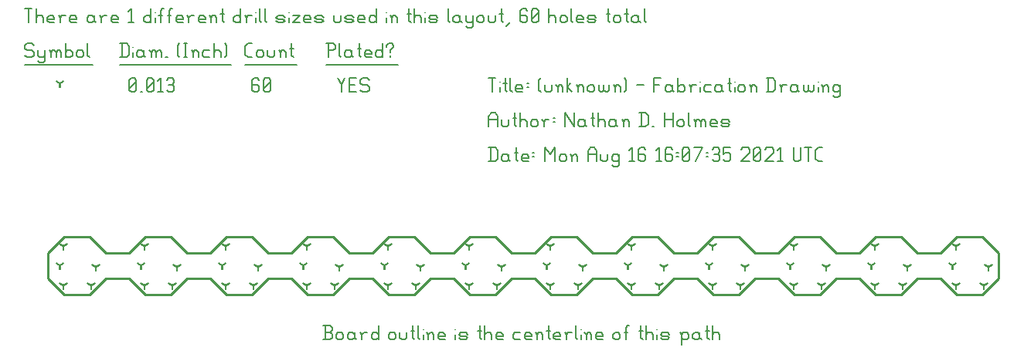
<source format=gbr>
G04 start of page 12 for group -3984 idx -3984 *
G04 Title: (unknown), fab *
G04 Creator: pcb 4.0.2 *
G04 CreationDate: Mon Aug 16 16:07:35 2021 UTC *
G04 For: ndholmes *
G04 Format: Gerber/RS-274X *
G04 PCB-Dimensions (mil): 4300.00 450.00 *
G04 PCB-Coordinate-Origin: lower left *
%MOIN*%
%FSLAX25Y25*%
%LNFAB*%
%ADD34C,0.0100*%
%ADD33C,0.0075*%
%ADD32C,0.0060*%
%ADD31C,0.0001*%
%ADD30R,0.0080X0.0080*%
G54D30*X16500Y31000D02*Y29400D01*
G54D31*G36*
X15954Y31147D02*X18033Y32346D01*
X18433Y31653D01*
X16353Y30454D01*
X15954Y31147D01*
G37*
G36*
X16647Y30454D02*X14567Y31653D01*
X14967Y32346D01*
X17046Y31147D01*
X16647Y30454D01*
G37*
G54D30*X15000Y22500D02*Y20900D01*
G54D31*G36*
X14454Y22647D02*X16533Y23846D01*
X16933Y23153D01*
X14853Y21954D01*
X14454Y22647D01*
G37*
G36*
X15147Y21954D02*X13067Y23153D01*
X13467Y23846D01*
X15546Y22647D01*
X15147Y21954D01*
G37*
G54D30*X30500Y22000D02*Y20400D01*
G54D31*G36*
X29954Y22147D02*X32033Y23346D01*
X32433Y22653D01*
X30353Y21454D01*
X29954Y22147D01*
G37*
G36*
X30647Y21454D02*X28567Y22653D01*
X28967Y23346D01*
X31046Y22147D01*
X30647Y21454D01*
G37*
G54D30*X28500Y14000D02*Y12400D01*
G54D31*G36*
X27954Y14147D02*X30033Y15346D01*
X30433Y14653D01*
X28353Y13454D01*
X27954Y14147D01*
G37*
G36*
X28647Y13454D02*X26567Y14653D01*
X26967Y15346D01*
X29046Y14147D01*
X28647Y13454D01*
G37*
G54D30*X16500Y14000D02*Y12400D01*
G54D31*G36*
X15954Y14147D02*X18033Y15346D01*
X18433Y14653D01*
X16353Y13454D01*
X15954Y14147D01*
G37*
G36*
X16647Y13454D02*X14567Y14653D01*
X14967Y15346D01*
X17046Y14147D01*
X16647Y13454D01*
G37*
G54D30*X51500Y31000D02*Y29400D01*
G54D31*G36*
X50954Y31147D02*X53033Y32346D01*
X53433Y31653D01*
X51353Y30454D01*
X50954Y31147D01*
G37*
G36*
X51647Y30454D02*X49567Y31653D01*
X49967Y32346D01*
X52046Y31147D01*
X51647Y30454D01*
G37*
G54D30*X50000Y22500D02*Y20900D01*
G54D31*G36*
X49454Y22647D02*X51533Y23846D01*
X51933Y23153D01*
X49853Y21954D01*
X49454Y22647D01*
G37*
G36*
X50147Y21954D02*X48067Y23153D01*
X48467Y23846D01*
X50546Y22647D01*
X50147Y21954D01*
G37*
G54D30*X65500Y22000D02*Y20400D01*
G54D31*G36*
X64954Y22147D02*X67033Y23346D01*
X67433Y22653D01*
X65353Y21454D01*
X64954Y22147D01*
G37*
G36*
X65647Y21454D02*X63567Y22653D01*
X63967Y23346D01*
X66046Y22147D01*
X65647Y21454D01*
G37*
G54D30*X63500Y14000D02*Y12400D01*
G54D31*G36*
X62954Y14147D02*X65033Y15346D01*
X65433Y14653D01*
X63353Y13454D01*
X62954Y14147D01*
G37*
G36*
X63647Y13454D02*X61567Y14653D01*
X61967Y15346D01*
X64046Y14147D01*
X63647Y13454D01*
G37*
G54D30*X51500Y14000D02*Y12400D01*
G54D31*G36*
X50954Y14147D02*X53033Y15346D01*
X53433Y14653D01*
X51353Y13454D01*
X50954Y14147D01*
G37*
G36*
X51647Y13454D02*X49567Y14653D01*
X49967Y15346D01*
X52046Y14147D01*
X51647Y13454D01*
G37*
G54D30*X86500Y31000D02*Y29400D01*
G54D31*G36*
X85954Y31147D02*X88033Y32346D01*
X88433Y31653D01*
X86353Y30454D01*
X85954Y31147D01*
G37*
G36*
X86647Y30454D02*X84567Y31653D01*
X84967Y32346D01*
X87046Y31147D01*
X86647Y30454D01*
G37*
G54D30*X85000Y22500D02*Y20900D01*
G54D31*G36*
X84454Y22647D02*X86533Y23846D01*
X86933Y23153D01*
X84853Y21954D01*
X84454Y22647D01*
G37*
G36*
X85147Y21954D02*X83067Y23153D01*
X83467Y23846D01*
X85546Y22647D01*
X85147Y21954D01*
G37*
G54D30*X100500Y22000D02*Y20400D01*
G54D31*G36*
X99954Y22147D02*X102033Y23346D01*
X102433Y22653D01*
X100353Y21454D01*
X99954Y22147D01*
G37*
G36*
X100647Y21454D02*X98567Y22653D01*
X98967Y23346D01*
X101046Y22147D01*
X100647Y21454D01*
G37*
G54D30*X98500Y14000D02*Y12400D01*
G54D31*G36*
X97954Y14147D02*X100033Y15346D01*
X100433Y14653D01*
X98353Y13454D01*
X97954Y14147D01*
G37*
G36*
X98647Y13454D02*X96567Y14653D01*
X96967Y15346D01*
X99046Y14147D01*
X98647Y13454D01*
G37*
G54D30*X86500Y14000D02*Y12400D01*
G54D31*G36*
X85954Y14147D02*X88033Y15346D01*
X88433Y14653D01*
X86353Y13454D01*
X85954Y14147D01*
G37*
G36*
X86647Y13454D02*X84567Y14653D01*
X84967Y15346D01*
X87046Y14147D01*
X86647Y13454D01*
G37*
G54D30*X121500Y31000D02*Y29400D01*
G54D31*G36*
X120954Y31147D02*X123033Y32346D01*
X123433Y31653D01*
X121353Y30454D01*
X120954Y31147D01*
G37*
G36*
X121647Y30454D02*X119567Y31653D01*
X119967Y32346D01*
X122046Y31147D01*
X121647Y30454D01*
G37*
G54D30*X120000Y22500D02*Y20900D01*
G54D31*G36*
X119454Y22647D02*X121533Y23846D01*
X121933Y23153D01*
X119853Y21954D01*
X119454Y22647D01*
G37*
G36*
X120147Y21954D02*X118067Y23153D01*
X118467Y23846D01*
X120546Y22647D01*
X120147Y21954D01*
G37*
G54D30*X135500Y22000D02*Y20400D01*
G54D31*G36*
X134954Y22147D02*X137033Y23346D01*
X137433Y22653D01*
X135353Y21454D01*
X134954Y22147D01*
G37*
G36*
X135647Y21454D02*X133567Y22653D01*
X133967Y23346D01*
X136046Y22147D01*
X135647Y21454D01*
G37*
G54D30*X133500Y14000D02*Y12400D01*
G54D31*G36*
X132954Y14147D02*X135033Y15346D01*
X135433Y14653D01*
X133353Y13454D01*
X132954Y14147D01*
G37*
G36*
X133647Y13454D02*X131567Y14653D01*
X131967Y15346D01*
X134046Y14147D01*
X133647Y13454D01*
G37*
G54D30*X121500Y14000D02*Y12400D01*
G54D31*G36*
X120954Y14147D02*X123033Y15346D01*
X123433Y14653D01*
X121353Y13454D01*
X120954Y14147D01*
G37*
G36*
X121647Y13454D02*X119567Y14653D01*
X119967Y15346D01*
X122046Y14147D01*
X121647Y13454D01*
G37*
G54D30*X156500Y31000D02*Y29400D01*
G54D31*G36*
X155954Y31147D02*X158033Y32346D01*
X158433Y31653D01*
X156353Y30454D01*
X155954Y31147D01*
G37*
G36*
X156647Y30454D02*X154567Y31653D01*
X154967Y32346D01*
X157046Y31147D01*
X156647Y30454D01*
G37*
G54D30*X155000Y22500D02*Y20900D01*
G54D31*G36*
X154454Y22647D02*X156533Y23846D01*
X156933Y23153D01*
X154853Y21954D01*
X154454Y22647D01*
G37*
G36*
X155147Y21954D02*X153067Y23153D01*
X153467Y23846D01*
X155546Y22647D01*
X155147Y21954D01*
G37*
G54D30*X170500Y22000D02*Y20400D01*
G54D31*G36*
X169954Y22147D02*X172033Y23346D01*
X172433Y22653D01*
X170353Y21454D01*
X169954Y22147D01*
G37*
G36*
X170647Y21454D02*X168567Y22653D01*
X168967Y23346D01*
X171046Y22147D01*
X170647Y21454D01*
G37*
G54D30*X168500Y14000D02*Y12400D01*
G54D31*G36*
X167954Y14147D02*X170033Y15346D01*
X170433Y14653D01*
X168353Y13454D01*
X167954Y14147D01*
G37*
G36*
X168647Y13454D02*X166567Y14653D01*
X166967Y15346D01*
X169046Y14147D01*
X168647Y13454D01*
G37*
G54D30*X156500Y14000D02*Y12400D01*
G54D31*G36*
X155954Y14147D02*X158033Y15346D01*
X158433Y14653D01*
X156353Y13454D01*
X155954Y14147D01*
G37*
G36*
X156647Y13454D02*X154567Y14653D01*
X154967Y15346D01*
X157046Y14147D01*
X156647Y13454D01*
G37*
G54D30*X191500Y31000D02*Y29400D01*
G54D31*G36*
X190954Y31147D02*X193033Y32346D01*
X193433Y31653D01*
X191353Y30454D01*
X190954Y31147D01*
G37*
G36*
X191647Y30454D02*X189567Y31653D01*
X189967Y32346D01*
X192046Y31147D01*
X191647Y30454D01*
G37*
G54D30*X190000Y22500D02*Y20900D01*
G54D31*G36*
X189454Y22647D02*X191533Y23846D01*
X191933Y23153D01*
X189853Y21954D01*
X189454Y22647D01*
G37*
G36*
X190147Y21954D02*X188067Y23153D01*
X188467Y23846D01*
X190546Y22647D01*
X190147Y21954D01*
G37*
G54D30*X205500Y22000D02*Y20400D01*
G54D31*G36*
X204954Y22147D02*X207033Y23346D01*
X207433Y22653D01*
X205353Y21454D01*
X204954Y22147D01*
G37*
G36*
X205647Y21454D02*X203567Y22653D01*
X203967Y23346D01*
X206046Y22147D01*
X205647Y21454D01*
G37*
G54D30*X203500Y14000D02*Y12400D01*
G54D31*G36*
X202954Y14147D02*X205033Y15346D01*
X205433Y14653D01*
X203353Y13454D01*
X202954Y14147D01*
G37*
G36*
X203647Y13454D02*X201567Y14653D01*
X201967Y15346D01*
X204046Y14147D01*
X203647Y13454D01*
G37*
G54D30*X191500Y14000D02*Y12400D01*
G54D31*G36*
X190954Y14147D02*X193033Y15346D01*
X193433Y14653D01*
X191353Y13454D01*
X190954Y14147D01*
G37*
G36*
X191647Y13454D02*X189567Y14653D01*
X189967Y15346D01*
X192046Y14147D01*
X191647Y13454D01*
G37*
G54D30*X226500Y31000D02*Y29400D01*
G54D31*G36*
X225954Y31147D02*X228033Y32346D01*
X228433Y31653D01*
X226353Y30454D01*
X225954Y31147D01*
G37*
G36*
X226647Y30454D02*X224567Y31653D01*
X224967Y32346D01*
X227046Y31147D01*
X226647Y30454D01*
G37*
G54D30*X225000Y22500D02*Y20900D01*
G54D31*G36*
X224454Y22647D02*X226533Y23846D01*
X226933Y23153D01*
X224853Y21954D01*
X224454Y22647D01*
G37*
G36*
X225147Y21954D02*X223067Y23153D01*
X223467Y23846D01*
X225546Y22647D01*
X225147Y21954D01*
G37*
G54D30*X240500Y22000D02*Y20400D01*
G54D31*G36*
X239954Y22147D02*X242033Y23346D01*
X242433Y22653D01*
X240353Y21454D01*
X239954Y22147D01*
G37*
G36*
X240647Y21454D02*X238567Y22653D01*
X238967Y23346D01*
X241046Y22147D01*
X240647Y21454D01*
G37*
G54D30*X238500Y14000D02*Y12400D01*
G54D31*G36*
X237954Y14147D02*X240033Y15346D01*
X240433Y14653D01*
X238353Y13454D01*
X237954Y14147D01*
G37*
G36*
X238647Y13454D02*X236567Y14653D01*
X236967Y15346D01*
X239046Y14147D01*
X238647Y13454D01*
G37*
G54D30*X226500Y14000D02*Y12400D01*
G54D31*G36*
X225954Y14147D02*X228033Y15346D01*
X228433Y14653D01*
X226353Y13454D01*
X225954Y14147D01*
G37*
G36*
X226647Y13454D02*X224567Y14653D01*
X224967Y15346D01*
X227046Y14147D01*
X226647Y13454D01*
G37*
G54D30*X261500Y31000D02*Y29400D01*
G54D31*G36*
X260954Y31147D02*X263033Y32346D01*
X263433Y31653D01*
X261353Y30454D01*
X260954Y31147D01*
G37*
G36*
X261647Y30454D02*X259567Y31653D01*
X259967Y32346D01*
X262046Y31147D01*
X261647Y30454D01*
G37*
G54D30*X260000Y22500D02*Y20900D01*
G54D31*G36*
X259454Y22647D02*X261533Y23846D01*
X261933Y23153D01*
X259853Y21954D01*
X259454Y22647D01*
G37*
G36*
X260147Y21954D02*X258067Y23153D01*
X258467Y23846D01*
X260546Y22647D01*
X260147Y21954D01*
G37*
G54D30*X275500Y22000D02*Y20400D01*
G54D31*G36*
X274954Y22147D02*X277033Y23346D01*
X277433Y22653D01*
X275353Y21454D01*
X274954Y22147D01*
G37*
G36*
X275647Y21454D02*X273567Y22653D01*
X273967Y23346D01*
X276046Y22147D01*
X275647Y21454D01*
G37*
G54D30*X273500Y14000D02*Y12400D01*
G54D31*G36*
X272954Y14147D02*X275033Y15346D01*
X275433Y14653D01*
X273353Y13454D01*
X272954Y14147D01*
G37*
G36*
X273647Y13454D02*X271567Y14653D01*
X271967Y15346D01*
X274046Y14147D01*
X273647Y13454D01*
G37*
G54D30*X261500Y14000D02*Y12400D01*
G54D31*G36*
X260954Y14147D02*X263033Y15346D01*
X263433Y14653D01*
X261353Y13454D01*
X260954Y14147D01*
G37*
G36*
X261647Y13454D02*X259567Y14653D01*
X259967Y15346D01*
X262046Y14147D01*
X261647Y13454D01*
G37*
G54D30*X296500Y31000D02*Y29400D01*
G54D31*G36*
X295954Y31147D02*X298033Y32346D01*
X298433Y31653D01*
X296353Y30454D01*
X295954Y31147D01*
G37*
G36*
X296647Y30454D02*X294567Y31653D01*
X294967Y32346D01*
X297046Y31147D01*
X296647Y30454D01*
G37*
G54D30*X295000Y22500D02*Y20900D01*
G54D31*G36*
X294454Y22647D02*X296533Y23846D01*
X296933Y23153D01*
X294853Y21954D01*
X294454Y22647D01*
G37*
G36*
X295147Y21954D02*X293067Y23153D01*
X293467Y23846D01*
X295546Y22647D01*
X295147Y21954D01*
G37*
G54D30*X310500Y22000D02*Y20400D01*
G54D31*G36*
X309954Y22147D02*X312033Y23346D01*
X312433Y22653D01*
X310353Y21454D01*
X309954Y22147D01*
G37*
G36*
X310647Y21454D02*X308567Y22653D01*
X308967Y23346D01*
X311046Y22147D01*
X310647Y21454D01*
G37*
G54D30*X308500Y14000D02*Y12400D01*
G54D31*G36*
X307954Y14147D02*X310033Y15346D01*
X310433Y14653D01*
X308353Y13454D01*
X307954Y14147D01*
G37*
G36*
X308647Y13454D02*X306567Y14653D01*
X306967Y15346D01*
X309046Y14147D01*
X308647Y13454D01*
G37*
G54D30*X296500Y14000D02*Y12400D01*
G54D31*G36*
X295954Y14147D02*X298033Y15346D01*
X298433Y14653D01*
X296353Y13454D01*
X295954Y14147D01*
G37*
G36*
X296647Y13454D02*X294567Y14653D01*
X294967Y15346D01*
X297046Y14147D01*
X296647Y13454D01*
G37*
G54D30*X331500Y31000D02*Y29400D01*
G54D31*G36*
X330954Y31147D02*X333033Y32346D01*
X333433Y31653D01*
X331353Y30454D01*
X330954Y31147D01*
G37*
G36*
X331647Y30454D02*X329567Y31653D01*
X329967Y32346D01*
X332046Y31147D01*
X331647Y30454D01*
G37*
G54D30*X330000Y22500D02*Y20900D01*
G54D31*G36*
X329454Y22647D02*X331533Y23846D01*
X331933Y23153D01*
X329853Y21954D01*
X329454Y22647D01*
G37*
G36*
X330147Y21954D02*X328067Y23153D01*
X328467Y23846D01*
X330546Y22647D01*
X330147Y21954D01*
G37*
G54D30*X345500Y22000D02*Y20400D01*
G54D31*G36*
X344954Y22147D02*X347033Y23346D01*
X347433Y22653D01*
X345353Y21454D01*
X344954Y22147D01*
G37*
G36*
X345647Y21454D02*X343567Y22653D01*
X343967Y23346D01*
X346046Y22147D01*
X345647Y21454D01*
G37*
G54D30*X343500Y14000D02*Y12400D01*
G54D31*G36*
X342954Y14147D02*X345033Y15346D01*
X345433Y14653D01*
X343353Y13454D01*
X342954Y14147D01*
G37*
G36*
X343647Y13454D02*X341567Y14653D01*
X341967Y15346D01*
X344046Y14147D01*
X343647Y13454D01*
G37*
G54D30*X331500Y14000D02*Y12400D01*
G54D31*G36*
X330954Y14147D02*X333033Y15346D01*
X333433Y14653D01*
X331353Y13454D01*
X330954Y14147D01*
G37*
G36*
X331647Y13454D02*X329567Y14653D01*
X329967Y15346D01*
X332046Y14147D01*
X331647Y13454D01*
G37*
G54D30*X366500Y31000D02*Y29400D01*
G54D31*G36*
X365954Y31147D02*X368033Y32346D01*
X368433Y31653D01*
X366353Y30454D01*
X365954Y31147D01*
G37*
G36*
X366647Y30454D02*X364567Y31653D01*
X364967Y32346D01*
X367046Y31147D01*
X366647Y30454D01*
G37*
G54D30*X365000Y22500D02*Y20900D01*
G54D31*G36*
X364454Y22647D02*X366533Y23846D01*
X366933Y23153D01*
X364853Y21954D01*
X364454Y22647D01*
G37*
G36*
X365147Y21954D02*X363067Y23153D01*
X363467Y23846D01*
X365546Y22647D01*
X365147Y21954D01*
G37*
G54D30*X380500Y22000D02*Y20400D01*
G54D31*G36*
X379954Y22147D02*X382033Y23346D01*
X382433Y22653D01*
X380353Y21454D01*
X379954Y22147D01*
G37*
G36*
X380647Y21454D02*X378567Y22653D01*
X378967Y23346D01*
X381046Y22147D01*
X380647Y21454D01*
G37*
G54D30*X378500Y14000D02*Y12400D01*
G54D31*G36*
X377954Y14147D02*X380033Y15346D01*
X380433Y14653D01*
X378353Y13454D01*
X377954Y14147D01*
G37*
G36*
X378647Y13454D02*X376567Y14653D01*
X376967Y15346D01*
X379046Y14147D01*
X378647Y13454D01*
G37*
G54D30*X366500Y14000D02*Y12400D01*
G54D31*G36*
X365954Y14147D02*X368033Y15346D01*
X368433Y14653D01*
X366353Y13454D01*
X365954Y14147D01*
G37*
G36*
X366647Y13454D02*X364567Y14653D01*
X364967Y15346D01*
X367046Y14147D01*
X366647Y13454D01*
G37*
G54D30*X401500Y31000D02*Y29400D01*
G54D31*G36*
X400954Y31147D02*X403033Y32346D01*
X403433Y31653D01*
X401353Y30454D01*
X400954Y31147D01*
G37*
G36*
X401647Y30454D02*X399567Y31653D01*
X399967Y32346D01*
X402046Y31147D01*
X401647Y30454D01*
G37*
G54D30*X400000Y22500D02*Y20900D01*
G54D31*G36*
X399454Y22647D02*X401533Y23846D01*
X401933Y23153D01*
X399853Y21954D01*
X399454Y22647D01*
G37*
G36*
X400147Y21954D02*X398067Y23153D01*
X398467Y23846D01*
X400546Y22647D01*
X400147Y21954D01*
G37*
G54D30*X415500Y22000D02*Y20400D01*
G54D31*G36*
X414954Y22147D02*X417033Y23346D01*
X417433Y22653D01*
X415353Y21454D01*
X414954Y22147D01*
G37*
G36*
X415647Y21454D02*X413567Y22653D01*
X413967Y23346D01*
X416046Y22147D01*
X415647Y21454D01*
G37*
G54D30*X413500Y14000D02*Y12400D01*
G54D31*G36*
X412954Y14147D02*X415033Y15346D01*
X415433Y14653D01*
X413353Y13454D01*
X412954Y14147D01*
G37*
G36*
X413647Y13454D02*X411567Y14653D01*
X411967Y15346D01*
X414046Y14147D01*
X413647Y13454D01*
G37*
G54D30*X401500Y14000D02*Y12400D01*
G54D31*G36*
X400954Y14147D02*X403033Y15346D01*
X403433Y14653D01*
X401353Y13454D01*
X400954Y14147D01*
G37*
G36*
X401647Y13454D02*X399567Y14653D01*
X399967Y15346D01*
X402046Y14147D01*
X401647Y13454D01*
G37*
G54D30*X15000Y101250D02*Y99650D01*
G54D31*G36*
X14454Y101397D02*X16533Y102596D01*
X16933Y101903D01*
X14853Y100704D01*
X14454Y101397D01*
G37*
G36*
X15147Y100704D02*X13067Y101903D01*
X13467Y102596D01*
X15546Y101397D01*
X15147Y100704D01*
G37*
G54D32*X135000Y103500D02*X136500Y100500D01*
X138000Y103500D01*
X136500Y100500D02*Y97500D01*
X139800Y100800D02*X142050D01*
X139800Y97500D02*X142800D01*
X139800Y103500D02*Y97500D01*
Y103500D02*X142800D01*
X147600D02*X148350Y102750D01*
X145350Y103500D02*X147600D01*
X144600Y102750D02*X145350Y103500D01*
X144600Y102750D02*Y101250D01*
X145350Y100500D01*
X147600D01*
X148350Y99750D01*
Y98250D01*
X147600Y97500D02*X148350Y98250D01*
X145350Y97500D02*X147600D01*
X144600Y98250D02*X145350Y97500D01*
X100250Y103500D02*X101000Y102750D01*
X98750Y103500D02*X100250D01*
X98000Y102750D02*X98750Y103500D01*
X98000Y102750D02*Y98250D01*
X98750Y97500D01*
X100250Y100800D02*X101000Y100050D01*
X98000Y100800D02*X100250D01*
X98750Y97500D02*X100250D01*
X101000Y98250D01*
Y100050D02*Y98250D01*
X102800D02*X103550Y97500D01*
X102800Y102750D02*Y98250D01*
Y102750D02*X103550Y103500D01*
X105050D01*
X105800Y102750D01*
Y98250D01*
X105050Y97500D02*X105800Y98250D01*
X103550Y97500D02*X105050D01*
X102800Y99000D02*X105800Y102000D01*
X45000Y98250D02*X45750Y97500D01*
X45000Y102750D02*Y98250D01*
Y102750D02*X45750Y103500D01*
X47250D01*
X48000Y102750D01*
Y98250D01*
X47250Y97500D02*X48000Y98250D01*
X45750Y97500D02*X47250D01*
X45000Y99000D02*X48000Y102000D01*
X49800Y97500D02*X50550D01*
X52350Y98250D02*X53100Y97500D01*
X52350Y102750D02*Y98250D01*
Y102750D02*X53100Y103500D01*
X54600D01*
X55350Y102750D01*
Y98250D01*
X54600Y97500D02*X55350Y98250D01*
X53100Y97500D02*X54600D01*
X52350Y99000D02*X55350Y102000D01*
X57150Y102300D02*X58350Y103500D01*
Y97500D01*
X57150D02*X59400D01*
X61200Y102750D02*X61950Y103500D01*
X63450D01*
X64200Y102750D01*
X63450Y97500D02*X64200Y98250D01*
X61950Y97500D02*X63450D01*
X61200Y98250D02*X61950Y97500D01*
Y100800D02*X63450D01*
X64200Y102750D02*Y101550D01*
Y100050D02*Y98250D01*
Y100050D02*X63450Y100800D01*
X64200Y101550D02*X63450Y100800D01*
X3000Y118500D02*X3750Y117750D01*
X750Y118500D02*X3000D01*
X0Y117750D02*X750Y118500D01*
X0Y117750D02*Y116250D01*
X750Y115500D01*
X3000D01*
X3750Y114750D01*
Y113250D01*
X3000Y112500D02*X3750Y113250D01*
X750Y112500D02*X3000D01*
X0Y113250D02*X750Y112500D01*
X5550Y115500D02*Y113250D01*
X6300Y112500D01*
X8550Y115500D02*Y111000D01*
X7800Y110250D02*X8550Y111000D01*
X6300Y110250D02*X7800D01*
X5550Y111000D02*X6300Y110250D01*
Y112500D02*X7800D01*
X8550Y113250D01*
X11100Y114750D02*Y112500D01*
Y114750D02*X11850Y115500D01*
X12600D01*
X13350Y114750D01*
Y112500D01*
Y114750D02*X14100Y115500D01*
X14850D01*
X15600Y114750D01*
Y112500D01*
X10350Y115500D02*X11100Y114750D01*
X17400Y118500D02*Y112500D01*
Y113250D02*X18150Y112500D01*
X19650D01*
X20400Y113250D01*
Y114750D02*Y113250D01*
X19650Y115500D02*X20400Y114750D01*
X18150Y115500D02*X19650D01*
X17400Y114750D02*X18150Y115500D01*
X22200Y114750D02*Y113250D01*
Y114750D02*X22950Y115500D01*
X24450D01*
X25200Y114750D01*
Y113250D01*
X24450Y112500D02*X25200Y113250D01*
X22950Y112500D02*X24450D01*
X22200Y113250D02*X22950Y112500D01*
X27000Y118500D02*Y113250D01*
X27750Y112500D01*
X0Y109250D02*X29250D01*
X41750Y118500D02*Y112500D01*
X43700Y118500D02*X44750Y117450D01*
Y113550D01*
X43700Y112500D02*X44750Y113550D01*
X41000Y112500D02*X43700D01*
X41000Y118500D02*X43700D01*
G54D33*X46550Y117000D02*Y116850D01*
G54D32*Y114750D02*Y112500D01*
X50300Y115500D02*X51050Y114750D01*
X48800Y115500D02*X50300D01*
X48050Y114750D02*X48800Y115500D01*
X48050Y114750D02*Y113250D01*
X48800Y112500D01*
X51050Y115500D02*Y113250D01*
X51800Y112500D01*
X48800D02*X50300D01*
X51050Y113250D01*
X54350Y114750D02*Y112500D01*
Y114750D02*X55100Y115500D01*
X55850D01*
X56600Y114750D01*
Y112500D01*
Y114750D02*X57350Y115500D01*
X58100D01*
X58850Y114750D01*
Y112500D01*
X53600Y115500D02*X54350Y114750D01*
X60650Y112500D02*X61400D01*
X65900Y113250D02*X66650Y112500D01*
X65900Y117750D02*X66650Y118500D01*
X65900Y117750D02*Y113250D01*
X68450Y118500D02*X69950D01*
X69200D02*Y112500D01*
X68450D02*X69950D01*
X72500Y114750D02*Y112500D01*
Y114750D02*X73250Y115500D01*
X74000D01*
X74750Y114750D01*
Y112500D01*
X71750Y115500D02*X72500Y114750D01*
X77300Y115500D02*X79550D01*
X76550Y114750D02*X77300Y115500D01*
X76550Y114750D02*Y113250D01*
X77300Y112500D01*
X79550D01*
X81350Y118500D02*Y112500D01*
Y114750D02*X82100Y115500D01*
X83600D01*
X84350Y114750D01*
Y112500D01*
X86150Y118500D02*X86900Y117750D01*
Y113250D01*
X86150Y112500D02*X86900Y113250D01*
X41000Y109250D02*X88700D01*
X96050Y112500D02*X98000D01*
X95000Y113550D02*X96050Y112500D01*
X95000Y117450D02*Y113550D01*
Y117450D02*X96050Y118500D01*
X98000D01*
X99800Y114750D02*Y113250D01*
Y114750D02*X100550Y115500D01*
X102050D01*
X102800Y114750D01*
Y113250D01*
X102050Y112500D02*X102800Y113250D01*
X100550Y112500D02*X102050D01*
X99800Y113250D02*X100550Y112500D01*
X104600Y115500D02*Y113250D01*
X105350Y112500D01*
X106850D01*
X107600Y113250D01*
Y115500D02*Y113250D01*
X110150Y114750D02*Y112500D01*
Y114750D02*X110900Y115500D01*
X111650D01*
X112400Y114750D01*
Y112500D01*
X109400Y115500D02*X110150Y114750D01*
X114950Y118500D02*Y113250D01*
X115700Y112500D01*
X114200Y116250D02*X115700D01*
X95000Y109250D02*X117200D01*
X130750Y118500D02*Y112500D01*
X130000Y118500D02*X133000D01*
X133750Y117750D01*
Y116250D01*
X133000Y115500D02*X133750Y116250D01*
X130750Y115500D02*X133000D01*
X135550Y118500D02*Y113250D01*
X136300Y112500D01*
X140050Y115500D02*X140800Y114750D01*
X138550Y115500D02*X140050D01*
X137800Y114750D02*X138550Y115500D01*
X137800Y114750D02*Y113250D01*
X138550Y112500D01*
X140800Y115500D02*Y113250D01*
X141550Y112500D01*
X138550D02*X140050D01*
X140800Y113250D01*
X144100Y118500D02*Y113250D01*
X144850Y112500D01*
X143350Y116250D02*X144850D01*
X147100Y112500D02*X149350D01*
X146350Y113250D02*X147100Y112500D01*
X146350Y114750D02*Y113250D01*
Y114750D02*X147100Y115500D01*
X148600D01*
X149350Y114750D01*
X146350Y114000D02*X149350D01*
Y114750D02*Y114000D01*
X154150Y118500D02*Y112500D01*
X153400D02*X154150Y113250D01*
X151900Y112500D02*X153400D01*
X151150Y113250D02*X151900Y112500D01*
X151150Y114750D02*Y113250D01*
Y114750D02*X151900Y115500D01*
X153400D01*
X154150Y114750D01*
X157450Y115500D02*Y114750D01*
Y113250D02*Y112500D01*
X155950Y117750D02*Y117000D01*
Y117750D02*X156700Y118500D01*
X158200D01*
X158950Y117750D01*
Y117000D01*
X157450Y115500D02*X158950Y117000D01*
X130000Y109250D02*X160750D01*
X0Y133500D02*X3000D01*
X1500D02*Y127500D01*
X4800Y133500D02*Y127500D01*
Y129750D02*X5550Y130500D01*
X7050D01*
X7800Y129750D01*
Y127500D01*
X10350D02*X12600D01*
X9600Y128250D02*X10350Y127500D01*
X9600Y129750D02*Y128250D01*
Y129750D02*X10350Y130500D01*
X11850D01*
X12600Y129750D01*
X9600Y129000D02*X12600D01*
Y129750D02*Y129000D01*
X15150Y129750D02*Y127500D01*
Y129750D02*X15900Y130500D01*
X17400D01*
X14400D02*X15150Y129750D01*
X19950Y127500D02*X22200D01*
X19200Y128250D02*X19950Y127500D01*
X19200Y129750D02*Y128250D01*
Y129750D02*X19950Y130500D01*
X21450D01*
X22200Y129750D01*
X19200Y129000D02*X22200D01*
Y129750D02*Y129000D01*
X28950Y130500D02*X29700Y129750D01*
X27450Y130500D02*X28950D01*
X26700Y129750D02*X27450Y130500D01*
X26700Y129750D02*Y128250D01*
X27450Y127500D01*
X29700Y130500D02*Y128250D01*
X30450Y127500D01*
X27450D02*X28950D01*
X29700Y128250D01*
X33000Y129750D02*Y127500D01*
Y129750D02*X33750Y130500D01*
X35250D01*
X32250D02*X33000Y129750D01*
X37800Y127500D02*X40050D01*
X37050Y128250D02*X37800Y127500D01*
X37050Y129750D02*Y128250D01*
Y129750D02*X37800Y130500D01*
X39300D01*
X40050Y129750D01*
X37050Y129000D02*X40050D01*
Y129750D02*Y129000D01*
X44550Y132300D02*X45750Y133500D01*
Y127500D01*
X44550D02*X46800D01*
X54300Y133500D02*Y127500D01*
X53550D02*X54300Y128250D01*
X52050Y127500D02*X53550D01*
X51300Y128250D02*X52050Y127500D01*
X51300Y129750D02*Y128250D01*
Y129750D02*X52050Y130500D01*
X53550D01*
X54300Y129750D01*
G54D33*X56100Y132000D02*Y131850D01*
G54D32*Y129750D02*Y127500D01*
X58350Y132750D02*Y127500D01*
Y132750D02*X59100Y133500D01*
X59850D01*
X57600Y130500D02*X59100D01*
X62100Y132750D02*Y127500D01*
Y132750D02*X62850Y133500D01*
X63600D01*
X61350Y130500D02*X62850D01*
X65850Y127500D02*X68100D01*
X65100Y128250D02*X65850Y127500D01*
X65100Y129750D02*Y128250D01*
Y129750D02*X65850Y130500D01*
X67350D01*
X68100Y129750D01*
X65100Y129000D02*X68100D01*
Y129750D02*Y129000D01*
X70650Y129750D02*Y127500D01*
Y129750D02*X71400Y130500D01*
X72900D01*
X69900D02*X70650Y129750D01*
X75450Y127500D02*X77700D01*
X74700Y128250D02*X75450Y127500D01*
X74700Y129750D02*Y128250D01*
Y129750D02*X75450Y130500D01*
X76950D01*
X77700Y129750D01*
X74700Y129000D02*X77700D01*
Y129750D02*Y129000D01*
X80250Y129750D02*Y127500D01*
Y129750D02*X81000Y130500D01*
X81750D01*
X82500Y129750D01*
Y127500D01*
X79500Y130500D02*X80250Y129750D01*
X85050Y133500D02*Y128250D01*
X85800Y127500D01*
X84300Y131250D02*X85800D01*
X93000Y133500D02*Y127500D01*
X92250D02*X93000Y128250D01*
X90750Y127500D02*X92250D01*
X90000Y128250D02*X90750Y127500D01*
X90000Y129750D02*Y128250D01*
Y129750D02*X90750Y130500D01*
X92250D01*
X93000Y129750D01*
X95550D02*Y127500D01*
Y129750D02*X96300Y130500D01*
X97800D01*
X94800D02*X95550Y129750D01*
G54D33*X99600Y132000D02*Y131850D01*
G54D32*Y129750D02*Y127500D01*
X101100Y133500D02*Y128250D01*
X101850Y127500D01*
X103350Y133500D02*Y128250D01*
X104100Y127500D01*
X109050D02*X111300D01*
X112050Y128250D01*
X111300Y129000D02*X112050Y128250D01*
X109050Y129000D02*X111300D01*
X108300Y129750D02*X109050Y129000D01*
X108300Y129750D02*X109050Y130500D01*
X111300D01*
X112050Y129750D01*
X108300Y128250D02*X109050Y127500D01*
G54D33*X113850Y132000D02*Y131850D01*
G54D32*Y129750D02*Y127500D01*
X115350Y130500D02*X118350D01*
X115350Y127500D02*X118350Y130500D01*
X115350Y127500D02*X118350D01*
X120900D02*X123150D01*
X120150Y128250D02*X120900Y127500D01*
X120150Y129750D02*Y128250D01*
Y129750D02*X120900Y130500D01*
X122400D01*
X123150Y129750D01*
X120150Y129000D02*X123150D01*
Y129750D02*Y129000D01*
X125700Y127500D02*X127950D01*
X128700Y128250D01*
X127950Y129000D02*X128700Y128250D01*
X125700Y129000D02*X127950D01*
X124950Y129750D02*X125700Y129000D01*
X124950Y129750D02*X125700Y130500D01*
X127950D01*
X128700Y129750D01*
X124950Y128250D02*X125700Y127500D01*
X133200Y130500D02*Y128250D01*
X133950Y127500D01*
X135450D01*
X136200Y128250D01*
Y130500D02*Y128250D01*
X138750Y127500D02*X141000D01*
X141750Y128250D01*
X141000Y129000D02*X141750Y128250D01*
X138750Y129000D02*X141000D01*
X138000Y129750D02*X138750Y129000D01*
X138000Y129750D02*X138750Y130500D01*
X141000D01*
X141750Y129750D01*
X138000Y128250D02*X138750Y127500D01*
X144300D02*X146550D01*
X143550Y128250D02*X144300Y127500D01*
X143550Y129750D02*Y128250D01*
Y129750D02*X144300Y130500D01*
X145800D01*
X146550Y129750D01*
X143550Y129000D02*X146550D01*
Y129750D02*Y129000D01*
X151350Y133500D02*Y127500D01*
X150600D02*X151350Y128250D01*
X149100Y127500D02*X150600D01*
X148350Y128250D02*X149100Y127500D01*
X148350Y129750D02*Y128250D01*
Y129750D02*X149100Y130500D01*
X150600D01*
X151350Y129750D01*
G54D33*X155850Y132000D02*Y131850D01*
G54D32*Y129750D02*Y127500D01*
X158100Y129750D02*Y127500D01*
Y129750D02*X158850Y130500D01*
X159600D01*
X160350Y129750D01*
Y127500D01*
X157350Y130500D02*X158100Y129750D01*
X165600Y133500D02*Y128250D01*
X166350Y127500D01*
X164850Y131250D02*X166350D01*
X167850Y133500D02*Y127500D01*
Y129750D02*X168600Y130500D01*
X170100D01*
X170850Y129750D01*
Y127500D01*
G54D33*X172650Y132000D02*Y131850D01*
G54D32*Y129750D02*Y127500D01*
X174900D02*X177150D01*
X177900Y128250D01*
X177150Y129000D02*X177900Y128250D01*
X174900Y129000D02*X177150D01*
X174150Y129750D02*X174900Y129000D01*
X174150Y129750D02*X174900Y130500D01*
X177150D01*
X177900Y129750D01*
X174150Y128250D02*X174900Y127500D01*
X182400Y133500D02*Y128250D01*
X183150Y127500D01*
X186900Y130500D02*X187650Y129750D01*
X185400Y130500D02*X186900D01*
X184650Y129750D02*X185400Y130500D01*
X184650Y129750D02*Y128250D01*
X185400Y127500D01*
X187650Y130500D02*Y128250D01*
X188400Y127500D01*
X185400D02*X186900D01*
X187650Y128250D01*
X190200Y130500D02*Y128250D01*
X190950Y127500D01*
X193200Y130500D02*Y126000D01*
X192450Y125250D02*X193200Y126000D01*
X190950Y125250D02*X192450D01*
X190200Y126000D02*X190950Y125250D01*
Y127500D02*X192450D01*
X193200Y128250D01*
X195000Y129750D02*Y128250D01*
Y129750D02*X195750Y130500D01*
X197250D01*
X198000Y129750D01*
Y128250D01*
X197250Y127500D02*X198000Y128250D01*
X195750Y127500D02*X197250D01*
X195000Y128250D02*X195750Y127500D01*
X199800Y130500D02*Y128250D01*
X200550Y127500D01*
X202050D01*
X202800Y128250D01*
Y130500D02*Y128250D01*
X205350Y133500D02*Y128250D01*
X206100Y127500D01*
X204600Y131250D02*X206100D01*
X207600Y126000D02*X209100Y127500D01*
X215850Y133500D02*X216600Y132750D01*
X214350Y133500D02*X215850D01*
X213600Y132750D02*X214350Y133500D01*
X213600Y132750D02*Y128250D01*
X214350Y127500D01*
X215850Y130800D02*X216600Y130050D01*
X213600Y130800D02*X215850D01*
X214350Y127500D02*X215850D01*
X216600Y128250D01*
Y130050D02*Y128250D01*
X218400D02*X219150Y127500D01*
X218400Y132750D02*Y128250D01*
Y132750D02*X219150Y133500D01*
X220650D01*
X221400Y132750D01*
Y128250D01*
X220650Y127500D02*X221400Y128250D01*
X219150Y127500D02*X220650D01*
X218400Y129000D02*X221400Y132000D01*
X225900Y133500D02*Y127500D01*
Y129750D02*X226650Y130500D01*
X228150D01*
X228900Y129750D01*
Y127500D01*
X230700Y129750D02*Y128250D01*
Y129750D02*X231450Y130500D01*
X232950D01*
X233700Y129750D01*
Y128250D01*
X232950Y127500D02*X233700Y128250D01*
X231450Y127500D02*X232950D01*
X230700Y128250D02*X231450Y127500D01*
X235500Y133500D02*Y128250D01*
X236250Y127500D01*
X238500D02*X240750D01*
X237750Y128250D02*X238500Y127500D01*
X237750Y129750D02*Y128250D01*
Y129750D02*X238500Y130500D01*
X240000D01*
X240750Y129750D01*
X237750Y129000D02*X240750D01*
Y129750D02*Y129000D01*
X243300Y127500D02*X245550D01*
X246300Y128250D01*
X245550Y129000D02*X246300Y128250D01*
X243300Y129000D02*X245550D01*
X242550Y129750D02*X243300Y129000D01*
X242550Y129750D02*X243300Y130500D01*
X245550D01*
X246300Y129750D01*
X242550Y128250D02*X243300Y127500D01*
X251550Y133500D02*Y128250D01*
X252300Y127500D01*
X250800Y131250D02*X252300D01*
X253800Y129750D02*Y128250D01*
Y129750D02*X254550Y130500D01*
X256050D01*
X256800Y129750D01*
Y128250D01*
X256050Y127500D02*X256800Y128250D01*
X254550Y127500D02*X256050D01*
X253800Y128250D02*X254550Y127500D01*
X259350Y133500D02*Y128250D01*
X260100Y127500D01*
X258600Y131250D02*X260100D01*
X263850Y130500D02*X264600Y129750D01*
X262350Y130500D02*X263850D01*
X261600Y129750D02*X262350Y130500D01*
X261600Y129750D02*Y128250D01*
X262350Y127500D01*
X264600Y130500D02*Y128250D01*
X265350Y127500D01*
X262350D02*X263850D01*
X264600Y128250D01*
X267150Y133500D02*Y128250D01*
X267900Y127500D01*
G54D34*X35000Y28000D02*X45000D01*
X70000D02*X80000D01*
X105000D02*X115000D01*
X140000D02*X150000D01*
X175000D02*X185000D01*
X210000D02*X220000D01*
X245000D02*X255000D01*
X280000D02*X290000D01*
X315000D02*X325000D01*
Y17000D02*X315000D01*
X290000D02*X280000D01*
X255000D02*X245000D01*
X220000D02*X210000D01*
X185000D02*X175000D01*
X150000D02*X140000D01*
X115000D02*X105000D01*
X80000D02*X70000D01*
X45000D02*X35000D01*
X350000Y28000D02*X360000D01*
Y17000D02*X350000D01*
X385000Y28000D02*X395000D01*
Y17000D02*X385000D01*
X17000Y10000D02*X10000Y17000D01*
Y28000D01*
X28000Y10000D02*X17000D01*
X35000Y17000D02*X28000Y10000D01*
Y35000D02*X35000Y28000D01*
X17000Y35000D02*X28000D01*
X10000Y28000D02*X17000Y35000D01*
X52000Y10000D02*X45000Y17000D01*
X63000Y10000D02*X52000D01*
X70000Y17000D02*X63000Y10000D01*
Y35000D02*X70000Y28000D01*
X52000Y35000D02*X63000D01*
X45000Y28000D02*X52000Y35000D01*
X87000Y10000D02*X80000Y17000D01*
X98000Y10000D02*X87000D01*
X105000Y17000D02*X98000Y10000D01*
Y35000D02*X105000Y28000D01*
X87000Y35000D02*X98000D01*
X80000Y28000D02*X87000Y35000D01*
X122000Y10000D02*X115000Y17000D01*
X133000Y10000D02*X122000D01*
X140000Y17000D02*X133000Y10000D01*
Y35000D02*X140000Y28000D01*
X122000Y35000D02*X133000D01*
X115000Y28000D02*X122000Y35000D01*
X157000Y10000D02*X150000Y17000D01*
X168000Y10000D02*X157000D01*
X175000Y17000D02*X168000Y10000D01*
Y35000D02*X175000Y28000D01*
X157000Y35000D02*X168000D01*
X150000Y28000D02*X157000Y35000D01*
X192000Y10000D02*X185000Y17000D01*
X203000Y10000D02*X192000D01*
X210000Y17000D02*X203000Y10000D01*
Y35000D02*X210000Y28000D01*
X192000Y35000D02*X203000D01*
X185000Y28000D02*X192000Y35000D01*
X227000Y10000D02*X220000Y17000D01*
X238000Y10000D02*X227000D01*
X245000Y17000D02*X238000Y10000D01*
Y35000D02*X245000Y28000D01*
X227000Y35000D02*X238000D01*
X220000Y28000D02*X227000Y35000D01*
X262000Y10000D02*X255000Y17000D01*
X273000Y10000D02*X262000D01*
X280000Y17000D02*X273000Y10000D01*
Y35000D02*X280000Y28000D01*
X262000Y35000D02*X273000D01*
X255000Y28000D02*X262000Y35000D01*
X297000Y10000D02*X290000Y17000D01*
X308000Y10000D02*X297000D01*
X315000Y17000D02*X308000Y10000D01*
Y35000D02*X315000Y28000D01*
X297000Y35000D02*X308000D01*
X290000Y28000D02*X297000Y35000D01*
X332000Y10000D02*X325000Y17000D01*
X343000Y10000D02*X332000D01*
X350000Y17000D02*X343000Y10000D01*
Y35000D02*X350000Y28000D01*
X332000Y35000D02*X343000D01*
X325000Y28000D02*X332000Y35000D01*
X367000Y10000D02*X360000Y17000D01*
X378000Y10000D02*X367000D01*
X385000Y17000D02*X378000Y10000D01*
Y35000D02*X385000Y28000D01*
X367000Y35000D02*X378000D01*
X360000Y28000D02*X367000Y35000D01*
X402000Y10000D02*X395000Y17000D01*
X413000Y10000D02*X402000D01*
X420000Y17000D02*X413000Y10000D01*
Y35000D02*X420000Y28000D01*
X402000Y35000D02*X413000D01*
X395000Y28000D02*X402000Y35000D01*
X420000Y28000D02*Y17000D01*
G54D32*X128675Y-9500D02*X131675D01*
X132425Y-8750D01*
Y-6950D02*Y-8750D01*
X131675Y-6200D02*X132425Y-6950D01*
X129425Y-6200D02*X131675D01*
X129425Y-3500D02*Y-9500D01*
X128675Y-3500D02*X131675D01*
X132425Y-4250D01*
Y-5450D01*
X131675Y-6200D02*X132425Y-5450D01*
X134225Y-7250D02*Y-8750D01*
Y-7250D02*X134975Y-6500D01*
X136475D01*
X137225Y-7250D01*
Y-8750D01*
X136475Y-9500D02*X137225Y-8750D01*
X134975Y-9500D02*X136475D01*
X134225Y-8750D02*X134975Y-9500D01*
X141275Y-6500D02*X142025Y-7250D01*
X139775Y-6500D02*X141275D01*
X139025Y-7250D02*X139775Y-6500D01*
X139025Y-7250D02*Y-8750D01*
X139775Y-9500D01*
X142025Y-6500D02*Y-8750D01*
X142775Y-9500D01*
X139775D02*X141275D01*
X142025Y-8750D01*
X145325Y-7250D02*Y-9500D01*
Y-7250D02*X146075Y-6500D01*
X147575D01*
X144575D02*X145325Y-7250D01*
X152375Y-3500D02*Y-9500D01*
X151625D02*X152375Y-8750D01*
X150125Y-9500D02*X151625D01*
X149375Y-8750D02*X150125Y-9500D01*
X149375Y-7250D02*Y-8750D01*
Y-7250D02*X150125Y-6500D01*
X151625D01*
X152375Y-7250D01*
X156875D02*Y-8750D01*
Y-7250D02*X157625Y-6500D01*
X159125D01*
X159875Y-7250D01*
Y-8750D01*
X159125Y-9500D02*X159875Y-8750D01*
X157625Y-9500D02*X159125D01*
X156875Y-8750D02*X157625Y-9500D01*
X161675Y-6500D02*Y-8750D01*
X162425Y-9500D01*
X163925D01*
X164675Y-8750D01*
Y-6500D02*Y-8750D01*
X167225Y-3500D02*Y-8750D01*
X167975Y-9500D01*
X166475Y-5750D02*X167975D01*
X169475Y-3500D02*Y-8750D01*
X170225Y-9500D01*
G54D33*X171725Y-5000D02*Y-5150D01*
G54D32*Y-7250D02*Y-9500D01*
X173975Y-7250D02*Y-9500D01*
Y-7250D02*X174725Y-6500D01*
X175475D01*
X176225Y-7250D01*
Y-9500D01*
X173225Y-6500D02*X173975Y-7250D01*
X178775Y-9500D02*X181025D01*
X178025Y-8750D02*X178775Y-9500D01*
X178025Y-7250D02*Y-8750D01*
Y-7250D02*X178775Y-6500D01*
X180275D01*
X181025Y-7250D01*
X178025Y-8000D02*X181025D01*
Y-7250D02*Y-8000D01*
G54D33*X185525Y-5000D02*Y-5150D01*
G54D32*Y-7250D02*Y-9500D01*
X187775D02*X190025D01*
X190775Y-8750D01*
X190025Y-8000D02*X190775Y-8750D01*
X187775Y-8000D02*X190025D01*
X187025Y-7250D02*X187775Y-8000D01*
X187025Y-7250D02*X187775Y-6500D01*
X190025D01*
X190775Y-7250D01*
X187025Y-8750D02*X187775Y-9500D01*
X196025Y-3500D02*Y-8750D01*
X196775Y-9500D01*
X195275Y-5750D02*X196775D01*
X198275Y-3500D02*Y-9500D01*
Y-7250D02*X199025Y-6500D01*
X200525D01*
X201275Y-7250D01*
Y-9500D01*
X203825D02*X206075D01*
X203075Y-8750D02*X203825Y-9500D01*
X203075Y-7250D02*Y-8750D01*
Y-7250D02*X203825Y-6500D01*
X205325D01*
X206075Y-7250D01*
X203075Y-8000D02*X206075D01*
Y-7250D02*Y-8000D01*
X211325Y-6500D02*X213575D01*
X210575Y-7250D02*X211325Y-6500D01*
X210575Y-7250D02*Y-8750D01*
X211325Y-9500D01*
X213575D01*
X216125D02*X218375D01*
X215375Y-8750D02*X216125Y-9500D01*
X215375Y-7250D02*Y-8750D01*
Y-7250D02*X216125Y-6500D01*
X217625D01*
X218375Y-7250D01*
X215375Y-8000D02*X218375D01*
Y-7250D02*Y-8000D01*
X220925Y-7250D02*Y-9500D01*
Y-7250D02*X221675Y-6500D01*
X222425D01*
X223175Y-7250D01*
Y-9500D01*
X220175Y-6500D02*X220925Y-7250D01*
X225725Y-3500D02*Y-8750D01*
X226475Y-9500D01*
X224975Y-5750D02*X226475D01*
X228725Y-9500D02*X230975D01*
X227975Y-8750D02*X228725Y-9500D01*
X227975Y-7250D02*Y-8750D01*
Y-7250D02*X228725Y-6500D01*
X230225D01*
X230975Y-7250D01*
X227975Y-8000D02*X230975D01*
Y-7250D02*Y-8000D01*
X233525Y-7250D02*Y-9500D01*
Y-7250D02*X234275Y-6500D01*
X235775D01*
X232775D02*X233525Y-7250D01*
X237575Y-3500D02*Y-8750D01*
X238325Y-9500D01*
G54D33*X239825Y-5000D02*Y-5150D01*
G54D32*Y-7250D02*Y-9500D01*
X242075Y-7250D02*Y-9500D01*
Y-7250D02*X242825Y-6500D01*
X243575D01*
X244325Y-7250D01*
Y-9500D01*
X241325Y-6500D02*X242075Y-7250D01*
X246875Y-9500D02*X249125D01*
X246125Y-8750D02*X246875Y-9500D01*
X246125Y-7250D02*Y-8750D01*
Y-7250D02*X246875Y-6500D01*
X248375D01*
X249125Y-7250D01*
X246125Y-8000D02*X249125D01*
Y-7250D02*Y-8000D01*
X253625Y-7250D02*Y-8750D01*
Y-7250D02*X254375Y-6500D01*
X255875D01*
X256625Y-7250D01*
Y-8750D01*
X255875Y-9500D02*X256625Y-8750D01*
X254375Y-9500D02*X255875D01*
X253625Y-8750D02*X254375Y-9500D01*
X259175Y-4250D02*Y-9500D01*
Y-4250D02*X259925Y-3500D01*
X260675D01*
X258425Y-6500D02*X259925D01*
X265625Y-3500D02*Y-8750D01*
X266375Y-9500D01*
X264875Y-5750D02*X266375D01*
X267875Y-3500D02*Y-9500D01*
Y-7250D02*X268625Y-6500D01*
X270125D01*
X270875Y-7250D01*
Y-9500D01*
G54D33*X272675Y-5000D02*Y-5150D01*
G54D32*Y-7250D02*Y-9500D01*
X274925D02*X277175D01*
X277925Y-8750D01*
X277175Y-8000D02*X277925Y-8750D01*
X274925Y-8000D02*X277175D01*
X274175Y-7250D02*X274925Y-8000D01*
X274175Y-7250D02*X274925Y-6500D01*
X277175D01*
X277925Y-7250D01*
X274175Y-8750D02*X274925Y-9500D01*
X283175Y-7250D02*Y-11750D01*
X282425Y-6500D02*X283175Y-7250D01*
X283925Y-6500D01*
X285425D01*
X286175Y-7250D01*
Y-8750D01*
X285425Y-9500D02*X286175Y-8750D01*
X283925Y-9500D02*X285425D01*
X283175Y-8750D02*X283925Y-9500D01*
X290225Y-6500D02*X290975Y-7250D01*
X288725Y-6500D02*X290225D01*
X287975Y-7250D02*X288725Y-6500D01*
X287975Y-7250D02*Y-8750D01*
X288725Y-9500D01*
X290975Y-6500D02*Y-8750D01*
X291725Y-9500D01*
X288725D02*X290225D01*
X290975Y-8750D01*
X294275Y-3500D02*Y-8750D01*
X295025Y-9500D01*
X293525Y-5750D02*X295025D01*
X296525Y-3500D02*Y-9500D01*
Y-7250D02*X297275Y-6500D01*
X298775D01*
X299525Y-7250D01*
Y-9500D01*
X200750Y73500D02*Y67500D01*
X202700Y73500D02*X203750Y72450D01*
Y68550D01*
X202700Y67500D02*X203750Y68550D01*
X200000Y67500D02*X202700D01*
X200000Y73500D02*X202700D01*
X207800Y70500D02*X208550Y69750D01*
X206300Y70500D02*X207800D01*
X205550Y69750D02*X206300Y70500D01*
X205550Y69750D02*Y68250D01*
X206300Y67500D01*
X208550Y70500D02*Y68250D01*
X209300Y67500D01*
X206300D02*X207800D01*
X208550Y68250D01*
X211850Y73500D02*Y68250D01*
X212600Y67500D01*
X211100Y71250D02*X212600D01*
X214850Y67500D02*X217100D01*
X214100Y68250D02*X214850Y67500D01*
X214100Y69750D02*Y68250D01*
Y69750D02*X214850Y70500D01*
X216350D01*
X217100Y69750D01*
X214100Y69000D02*X217100D01*
Y69750D02*Y69000D01*
X218900Y71250D02*X219650D01*
X218900Y69750D02*X219650D01*
X224150Y73500D02*Y67500D01*
Y73500D02*X226400Y70500D01*
X228650Y73500D01*
Y67500D01*
X230450Y69750D02*Y68250D01*
Y69750D02*X231200Y70500D01*
X232700D01*
X233450Y69750D01*
Y68250D01*
X232700Y67500D02*X233450Y68250D01*
X231200Y67500D02*X232700D01*
X230450Y68250D02*X231200Y67500D01*
X236000Y69750D02*Y67500D01*
Y69750D02*X236750Y70500D01*
X237500D01*
X238250Y69750D01*
Y67500D01*
X235250Y70500D02*X236000Y69750D01*
X242750Y72000D02*Y67500D01*
Y72000D02*X243800Y73500D01*
X245450D01*
X246500Y72000D01*
Y67500D01*
X242750Y70500D02*X246500D01*
X248300D02*Y68250D01*
X249050Y67500D01*
X250550D01*
X251300Y68250D01*
Y70500D02*Y68250D01*
X255350Y70500D02*X256100Y69750D01*
X253850Y70500D02*X255350D01*
X253100Y69750D02*X253850Y70500D01*
X253100Y69750D02*Y68250D01*
X253850Y67500D01*
X255350D01*
X256100Y68250D01*
X253100Y66000D02*X253850Y65250D01*
X255350D01*
X256100Y66000D01*
Y70500D02*Y66000D01*
X260600Y72300D02*X261800Y73500D01*
Y67500D01*
X260600D02*X262850D01*
X266900Y73500D02*X267650Y72750D01*
X265400Y73500D02*X266900D01*
X264650Y72750D02*X265400Y73500D01*
X264650Y72750D02*Y68250D01*
X265400Y67500D01*
X266900Y70800D02*X267650Y70050D01*
X264650Y70800D02*X266900D01*
X265400Y67500D02*X266900D01*
X267650Y68250D01*
Y70050D02*Y68250D01*
X272150Y72300D02*X273350Y73500D01*
Y67500D01*
X272150D02*X274400D01*
X278450Y73500D02*X279200Y72750D01*
X276950Y73500D02*X278450D01*
X276200Y72750D02*X276950Y73500D01*
X276200Y72750D02*Y68250D01*
X276950Y67500D01*
X278450Y70800D02*X279200Y70050D01*
X276200Y70800D02*X278450D01*
X276950Y67500D02*X278450D01*
X279200Y68250D01*
Y70050D02*Y68250D01*
X281000Y71250D02*X281750D01*
X281000Y69750D02*X281750D01*
X283550Y68250D02*X284300Y67500D01*
X283550Y72750D02*Y68250D01*
Y72750D02*X284300Y73500D01*
X285800D01*
X286550Y72750D01*
Y68250D01*
X285800Y67500D02*X286550Y68250D01*
X284300Y67500D02*X285800D01*
X283550Y69000D02*X286550Y72000D01*
X289100Y67500D02*X292100Y73500D01*
X288350D02*X292100D01*
X293900Y71250D02*X294650D01*
X293900Y69750D02*X294650D01*
X296450Y72750D02*X297200Y73500D01*
X298700D01*
X299450Y72750D01*
X298700Y67500D02*X299450Y68250D01*
X297200Y67500D02*X298700D01*
X296450Y68250D02*X297200Y67500D01*
Y70800D02*X298700D01*
X299450Y72750D02*Y71550D01*
Y70050D02*Y68250D01*
Y70050D02*X298700Y70800D01*
X299450Y71550D02*X298700Y70800D01*
X301250Y73500D02*X304250D01*
X301250D02*Y70500D01*
X302000Y71250D01*
X303500D01*
X304250Y70500D01*
Y68250D01*
X303500Y67500D02*X304250Y68250D01*
X302000Y67500D02*X303500D01*
X301250Y68250D02*X302000Y67500D01*
X308750Y72750D02*X309500Y73500D01*
X311750D01*
X312500Y72750D01*
Y71250D01*
X308750Y67500D02*X312500Y71250D01*
X308750Y67500D02*X312500D01*
X314300Y68250D02*X315050Y67500D01*
X314300Y72750D02*Y68250D01*
Y72750D02*X315050Y73500D01*
X316550D01*
X317300Y72750D01*
Y68250D01*
X316550Y67500D02*X317300Y68250D01*
X315050Y67500D02*X316550D01*
X314300Y69000D02*X317300Y72000D01*
X319100Y72750D02*X319850Y73500D01*
X322100D01*
X322850Y72750D01*
Y71250D01*
X319100Y67500D02*X322850Y71250D01*
X319100Y67500D02*X322850D01*
X324650Y72300D02*X325850Y73500D01*
Y67500D01*
X324650D02*X326900D01*
X331400Y73500D02*Y68250D01*
X332150Y67500D01*
X333650D01*
X334400Y68250D01*
Y73500D02*Y68250D01*
X336200Y73500D02*X339200D01*
X337700D02*Y67500D01*
X342050D02*X344000D01*
X341000Y68550D02*X342050Y67500D01*
X341000Y72450D02*Y68550D01*
Y72450D02*X342050Y73500D01*
X344000D01*
X200000Y87000D02*Y82500D01*
Y87000D02*X201050Y88500D01*
X202700D01*
X203750Y87000D01*
Y82500D01*
X200000Y85500D02*X203750D01*
X205550D02*Y83250D01*
X206300Y82500D01*
X207800D01*
X208550Y83250D01*
Y85500D02*Y83250D01*
X211100Y88500D02*Y83250D01*
X211850Y82500D01*
X210350Y86250D02*X211850D01*
X213350Y88500D02*Y82500D01*
Y84750D02*X214100Y85500D01*
X215600D01*
X216350Y84750D01*
Y82500D01*
X218150Y84750D02*Y83250D01*
Y84750D02*X218900Y85500D01*
X220400D01*
X221150Y84750D01*
Y83250D01*
X220400Y82500D02*X221150Y83250D01*
X218900Y82500D02*X220400D01*
X218150Y83250D02*X218900Y82500D01*
X223700Y84750D02*Y82500D01*
Y84750D02*X224450Y85500D01*
X225950D01*
X222950D02*X223700Y84750D01*
X227750Y86250D02*X228500D01*
X227750Y84750D02*X228500D01*
X233000Y88500D02*Y82500D01*
Y88500D02*X236750Y82500D01*
Y88500D02*Y82500D01*
X240800Y85500D02*X241550Y84750D01*
X239300Y85500D02*X240800D01*
X238550Y84750D02*X239300Y85500D01*
X238550Y84750D02*Y83250D01*
X239300Y82500D01*
X241550Y85500D02*Y83250D01*
X242300Y82500D01*
X239300D02*X240800D01*
X241550Y83250D01*
X244850Y88500D02*Y83250D01*
X245600Y82500D01*
X244100Y86250D02*X245600D01*
X247100Y88500D02*Y82500D01*
Y84750D02*X247850Y85500D01*
X249350D01*
X250100Y84750D01*
Y82500D01*
X254150Y85500D02*X254900Y84750D01*
X252650Y85500D02*X254150D01*
X251900Y84750D02*X252650Y85500D01*
X251900Y84750D02*Y83250D01*
X252650Y82500D01*
X254900Y85500D02*Y83250D01*
X255650Y82500D01*
X252650D02*X254150D01*
X254900Y83250D01*
X258200Y84750D02*Y82500D01*
Y84750D02*X258950Y85500D01*
X259700D01*
X260450Y84750D01*
Y82500D01*
X257450Y85500D02*X258200Y84750D01*
X265700Y88500D02*Y82500D01*
X267650Y88500D02*X268700Y87450D01*
Y83550D01*
X267650Y82500D02*X268700Y83550D01*
X264950Y82500D02*X267650D01*
X264950Y88500D02*X267650D01*
X270500Y82500D02*X271250D01*
X275750Y88500D02*Y82500D01*
X279500Y88500D02*Y82500D01*
X275750Y85500D02*X279500D01*
X281300Y84750D02*Y83250D01*
Y84750D02*X282050Y85500D01*
X283550D01*
X284300Y84750D01*
Y83250D01*
X283550Y82500D02*X284300Y83250D01*
X282050Y82500D02*X283550D01*
X281300Y83250D02*X282050Y82500D01*
X286100Y88500D02*Y83250D01*
X286850Y82500D01*
X289100Y84750D02*Y82500D01*
Y84750D02*X289850Y85500D01*
X290600D01*
X291350Y84750D01*
Y82500D01*
Y84750D02*X292100Y85500D01*
X292850D01*
X293600Y84750D01*
Y82500D01*
X288350Y85500D02*X289100Y84750D01*
X296150Y82500D02*X298400D01*
X295400Y83250D02*X296150Y82500D01*
X295400Y84750D02*Y83250D01*
Y84750D02*X296150Y85500D01*
X297650D01*
X298400Y84750D01*
X295400Y84000D02*X298400D01*
Y84750D02*Y84000D01*
X300950Y82500D02*X303200D01*
X303950Y83250D01*
X303200Y84000D02*X303950Y83250D01*
X300950Y84000D02*X303200D01*
X300200Y84750D02*X300950Y84000D01*
X300200Y84750D02*X300950Y85500D01*
X303200D01*
X303950Y84750D01*
X300200Y83250D02*X300950Y82500D01*
X200000Y103500D02*X203000D01*
X201500D02*Y97500D01*
G54D33*X204800Y102000D02*Y101850D01*
G54D32*Y99750D02*Y97500D01*
X207050Y103500D02*Y98250D01*
X207800Y97500D01*
X206300Y101250D02*X207800D01*
X209300Y103500D02*Y98250D01*
X210050Y97500D01*
X212300D02*X214550D01*
X211550Y98250D02*X212300Y97500D01*
X211550Y99750D02*Y98250D01*
Y99750D02*X212300Y100500D01*
X213800D01*
X214550Y99750D01*
X211550Y99000D02*X214550D01*
Y99750D02*Y99000D01*
X216350Y101250D02*X217100D01*
X216350Y99750D02*X217100D01*
X221600Y98250D02*X222350Y97500D01*
X221600Y102750D02*X222350Y103500D01*
X221600Y102750D02*Y98250D01*
X224150Y100500D02*Y98250D01*
X224900Y97500D01*
X226400D01*
X227150Y98250D01*
Y100500D02*Y98250D01*
X229700Y99750D02*Y97500D01*
Y99750D02*X230450Y100500D01*
X231200D01*
X231950Y99750D01*
Y97500D01*
X228950Y100500D02*X229700Y99750D01*
X233750Y103500D02*Y97500D01*
Y99750D02*X236000Y97500D01*
X233750Y99750D02*X235250Y101250D01*
X238550Y99750D02*Y97500D01*
Y99750D02*X239300Y100500D01*
X240050D01*
X240800Y99750D01*
Y97500D01*
X237800Y100500D02*X238550Y99750D01*
X242600D02*Y98250D01*
Y99750D02*X243350Y100500D01*
X244850D01*
X245600Y99750D01*
Y98250D01*
X244850Y97500D02*X245600Y98250D01*
X243350Y97500D02*X244850D01*
X242600Y98250D02*X243350Y97500D01*
X247400Y100500D02*Y98250D01*
X248150Y97500D01*
X248900D01*
X249650Y98250D01*
Y100500D02*Y98250D01*
X250400Y97500D01*
X251150D01*
X251900Y98250D01*
Y100500D02*Y98250D01*
X254450Y99750D02*Y97500D01*
Y99750D02*X255200Y100500D01*
X255950D01*
X256700Y99750D01*
Y97500D01*
X253700Y100500D02*X254450Y99750D01*
X258500Y103500D02*X259250Y102750D01*
Y98250D01*
X258500Y97500D02*X259250Y98250D01*
X263750Y100500D02*X266750D01*
X271250Y103500D02*Y97500D01*
Y103500D02*X274250D01*
X271250Y100800D02*X273500D01*
X278300Y100500D02*X279050Y99750D01*
X276800Y100500D02*X278300D01*
X276050Y99750D02*X276800Y100500D01*
X276050Y99750D02*Y98250D01*
X276800Y97500D01*
X279050Y100500D02*Y98250D01*
X279800Y97500D01*
X276800D02*X278300D01*
X279050Y98250D01*
X281600Y103500D02*Y97500D01*
Y98250D02*X282350Y97500D01*
X283850D01*
X284600Y98250D01*
Y99750D02*Y98250D01*
X283850Y100500D02*X284600Y99750D01*
X282350Y100500D02*X283850D01*
X281600Y99750D02*X282350Y100500D01*
X287150Y99750D02*Y97500D01*
Y99750D02*X287900Y100500D01*
X289400D01*
X286400D02*X287150Y99750D01*
G54D33*X291200Y102000D02*Y101850D01*
G54D32*Y99750D02*Y97500D01*
X293450Y100500D02*X295700D01*
X292700Y99750D02*X293450Y100500D01*
X292700Y99750D02*Y98250D01*
X293450Y97500D01*
X295700D01*
X299750Y100500D02*X300500Y99750D01*
X298250Y100500D02*X299750D01*
X297500Y99750D02*X298250Y100500D01*
X297500Y99750D02*Y98250D01*
X298250Y97500D01*
X300500Y100500D02*Y98250D01*
X301250Y97500D01*
X298250D02*X299750D01*
X300500Y98250D01*
X303800Y103500D02*Y98250D01*
X304550Y97500D01*
X303050Y101250D02*X304550D01*
G54D33*X306050Y102000D02*Y101850D01*
G54D32*Y99750D02*Y97500D01*
X307550Y99750D02*Y98250D01*
Y99750D02*X308300Y100500D01*
X309800D01*
X310550Y99750D01*
Y98250D01*
X309800Y97500D02*X310550Y98250D01*
X308300Y97500D02*X309800D01*
X307550Y98250D02*X308300Y97500D01*
X313100Y99750D02*Y97500D01*
Y99750D02*X313850Y100500D01*
X314600D01*
X315350Y99750D01*
Y97500D01*
X312350Y100500D02*X313100Y99750D01*
X320600Y103500D02*Y97500D01*
X322550Y103500D02*X323600Y102450D01*
Y98550D01*
X322550Y97500D02*X323600Y98550D01*
X319850Y97500D02*X322550D01*
X319850Y103500D02*X322550D01*
X326150Y99750D02*Y97500D01*
Y99750D02*X326900Y100500D01*
X328400D01*
X325400D02*X326150Y99750D01*
X332450Y100500D02*X333200Y99750D01*
X330950Y100500D02*X332450D01*
X330200Y99750D02*X330950Y100500D01*
X330200Y99750D02*Y98250D01*
X330950Y97500D01*
X333200Y100500D02*Y98250D01*
X333950Y97500D01*
X330950D02*X332450D01*
X333200Y98250D01*
X335750Y100500D02*Y98250D01*
X336500Y97500D01*
X337250D01*
X338000Y98250D01*
Y100500D02*Y98250D01*
X338750Y97500D01*
X339500D01*
X340250Y98250D01*
Y100500D02*Y98250D01*
G54D33*X342050Y102000D02*Y101850D01*
G54D32*Y99750D02*Y97500D01*
X344300Y99750D02*Y97500D01*
Y99750D02*X345050Y100500D01*
X345800D01*
X346550Y99750D01*
Y97500D01*
X343550Y100500D02*X344300Y99750D01*
X350600Y100500D02*X351350Y99750D01*
X349100Y100500D02*X350600D01*
X348350Y99750D02*X349100Y100500D01*
X348350Y99750D02*Y98250D01*
X349100Y97500D01*
X350600D01*
X351350Y98250D01*
X348350Y96000D02*X349100Y95250D01*
X350600D01*
X351350Y96000D01*
Y100500D02*Y96000D01*
M02*

</source>
